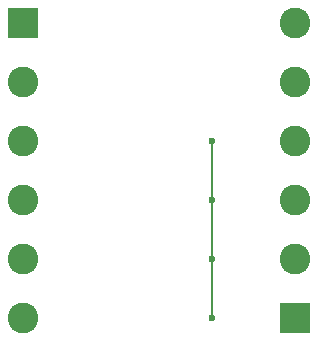
<source format=gbr>
%TF.GenerationSoftware,KiCad,Pcbnew,8.0.4*%
%TF.CreationDate,2024-10-17T15:12:59+10:30*%
%TF.ProjectId,bias circuit,62696173-2063-4697-9263-7569742e6b69,rev?*%
%TF.SameCoordinates,Original*%
%TF.FileFunction,Copper,L2,Bot*%
%TF.FilePolarity,Positive*%
%FSLAX46Y46*%
G04 Gerber Fmt 4.6, Leading zero omitted, Abs format (unit mm)*
G04 Created by KiCad (PCBNEW 8.0.4) date 2024-10-17 15:12:59*
%MOMM*%
%LPD*%
G01*
G04 APERTURE LIST*
%TA.AperFunction,ComponentPad*%
%ADD10R,2.600000X2.600000*%
%TD*%
%TA.AperFunction,ComponentPad*%
%ADD11C,2.600000*%
%TD*%
%TA.AperFunction,ViaPad*%
%ADD12C,0.600000*%
%TD*%
%TA.AperFunction,Conductor*%
%ADD13C,0.200000*%
%TD*%
G04 APERTURE END LIST*
D10*
%TO.P,J2,1,Pin_1*%
%TO.N,Net-(J2-Pin_1)*%
X148000000Y-110000000D03*
D11*
%TO.P,J2,2,Pin_2*%
%TO.N,Net-(J2-Pin_2)*%
X148000000Y-105000000D03*
%TO.P,J2,3,Pin_3*%
%TO.N,Net-(J2-Pin_3)*%
X148000000Y-100000000D03*
%TO.P,J2,4,Pin_4*%
%TO.N,Net-(J2-Pin_4)*%
X148000000Y-95000000D03*
%TO.P,J2,5,Pin_5*%
%TO.N,Net-(J1-Pin_2)*%
X148000000Y-90000000D03*
%TO.P,J2,6,Pin_6*%
%TO.N,Net-(J1-Pin_1)*%
X148000000Y-85000000D03*
%TD*%
%TO.P,J1,6,Pin_6*%
%TO.N,Net-(J1-Pin_6)*%
X125000000Y-110000000D03*
%TO.P,J1,5,Pin_5*%
%TO.N,Net-(J1-Pin_5)*%
X125000000Y-105000000D03*
%TO.P,J1,4,Pin_4*%
%TO.N,Net-(J1-Pin_4)*%
X125000000Y-100000000D03*
%TO.P,J1,3,Pin_3*%
%TO.N,Net-(J1-Pin_3)*%
X125000000Y-95000000D03*
%TO.P,J1,2,Pin_2*%
%TO.N,Net-(J1-Pin_2)*%
X125000000Y-90000000D03*
D10*
%TO.P,J1,1,Pin_1*%
%TO.N,Net-(J1-Pin_1)*%
X125000000Y-85000000D03*
%TD*%
D12*
%TO.N,Net-(J1-Pin_2)*%
X141000000Y-110000000D03*
X141000000Y-105000000D03*
X141000000Y-95000000D03*
X141000000Y-100000000D03*
%TD*%
D13*
%TO.N,Net-(J1-Pin_2)*%
X141000000Y-100000000D02*
X141000000Y-105000000D01*
X141000000Y-105000000D02*
X141000000Y-110000000D01*
X141000000Y-95000000D02*
X141000000Y-100000000D01*
%TD*%
M02*

</source>
